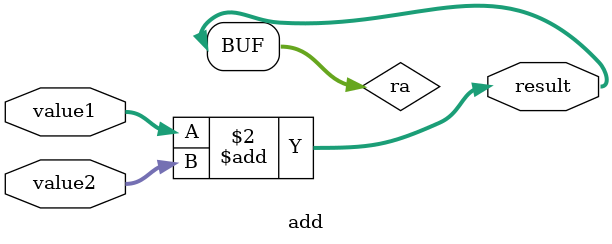
<source format=v>
module add(value1, value2, result);
input [31:0] value1;
input [31:0] value2;
output [31:0] result;
reg [31:0] ra;

always @(*) begin
ra <= value1 + value2;
end
assign result = ra;
endmodule

</source>
